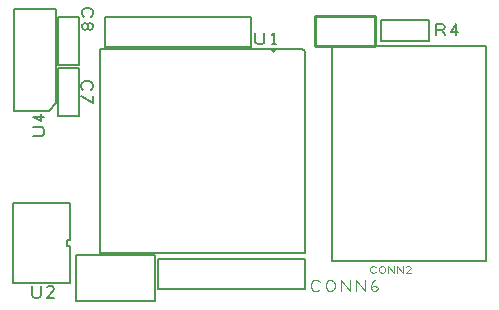
<source format=gbr>
%FSLAX23Y23*%
%MOMM*%
G04 EasyPC Gerber Version 16.0.6 Build 3249 *
%ADD83C,0.06100*%
%ADD85C,0.10160*%
%ADD10C,0.12700*%
%ADD84C,0.20320*%
%ADD11C,0.25400*%
X0Y0D02*
D02*
D10*
X5836Y28069D02*
Y36705D01*
X9392*
Y28704*
X8757Y28069*
X5836*
X7314Y13177D02*
Y12463D01*
X7393Y12304*
X7552Y12225*
X7869*
X8028Y12304*
X8107Y12463*
Y13177*
X9219Y12225D02*
X8584D01*
X9139Y12781*
X9219Y12939*
X9139Y13098*
X8980Y13177*
X8742*
X8584Y13098*
X7423Y25887D02*
X8137D01*
X8296Y25966*
X8375Y26125*
Y26442*
X8296Y26601*
X8137Y26681*
X7423*
X8375Y27554D02*
X7423D01*
X8058Y27157*
Y27792*
X9525Y36019D02*
Y31955D01*
X11303*
Y36019*
X9525*
X10544Y13437D02*
X5684D01*
Y20237*
X10544*
Y17087*
X10294*
Y16587*
X10544*
Y13437*
X11660Y29793D02*
X11581Y29872D01*
X11502Y30031*
Y30269*
X11581Y30428*
X11660Y30507*
X11819Y30587*
X12137*
X12295Y30507*
X12375Y30428*
X12454Y30269*
Y30031*
X12375Y29872*
X12295Y29793*
X11502Y29317D02*
X12454Y28682D01*
Y29317*
X11303Y27605D02*
Y31669D01*
X9525*
Y27605*
X11303*
X11710Y35993D02*
X11631Y36072D01*
X11552Y36231*
Y36469*
X11631Y36628*
X11710Y36707*
X11869Y36787*
X12187*
X12345Y36707*
X12425Y36628*
X12504Y36469*
Y36231*
X12425Y36072*
X12345Y35993*
X12028Y35279D02*
Y35120D01*
X12107Y34961*
X12266Y34882*
X12425Y34961*
X12504Y35120*
Y35279*
X12425Y35437*
X12266Y35517*
X12107Y35437*
X12028Y35279*
X11949Y35437*
X11790Y35517*
X11631Y35437*
X11552Y35279*
Y35120*
X11631Y34961*
X11790Y34882*
X11949Y34961*
X12028Y35120*
X26214Y34627D02*
Y33913D01*
X26293Y33754*
X26452Y33675*
X26769*
X26928Y33754*
X27007Y33913*
Y34627*
X27642Y33675D02*
X27960D01*
X27801D02*
Y34627D01*
X27642Y34469*
X27764Y33287D02*
G75*
G03Y33063J-112D01*
G01*
G75*
G03Y33287J112*
G01*
G36*
G75*
G03Y33063J-112*
G01*
G75*
G03Y33287J112*
G01*
G37*
X30414Y33087D02*
Y15987D01*
X13114*
Y33287*
X30214*
X30414Y33087*
X32689Y15337D02*
Y33537D01*
X45789*
Y15337*
X32689*
X40896Y35776D02*
X36832D01*
Y33998*
X40896*
Y35776*
X41514Y34425D02*
Y35377D01*
X42069*
X42228Y35298*
X42307Y35139*
X42228Y34981*
X42069Y34901*
X41514*
X42069D02*
X42307Y34425D01*
X43180D02*
Y35377D01*
X42783Y34742*
X43419*
D02*
D11*
X36384Y36057D02*
X31303D01*
Y33517*
X36384*
Y36057*
D02*
D83*
X36440Y14425D02*
X36392Y14377D01*
X36297Y14330*
X36154*
X36059Y14377*
X36011Y14425*
X35964Y14520*
Y14711*
X36011Y14806*
X36059Y14854*
X36154Y14901*
X36297*
X36392Y14854*
X36440Y14806*
X36726Y14520D02*
Y14711D01*
X36773Y14806*
X36821Y14854*
X36916Y14901*
X37011*
X37107Y14854*
X37154Y14806*
X37202Y14711*
Y14520*
X37154Y14425*
X37107Y14377*
X37011Y14330*
X36916*
X36821Y14377*
X36773Y14425*
X36726Y14520*
X37488Y14330D02*
Y14901D01*
X37964Y14330*
Y14901*
X38250Y14330D02*
Y14901D01*
X38726Y14330*
Y14901*
X39392Y14330D02*
X39012D01*
X39345Y14663*
X39392Y14758*
X39345Y14854*
X39250Y14901*
X39107*
X39012Y14854*
D02*
D84*
X13464Y35987D02*
X25894D01*
Y33487*
X13464*
Y35987*
X17744Y11912D02*
Y15812D01*
X11064*
Y11912*
X17744*
X30414Y12987D02*
X17984D01*
Y15487*
X30414*
Y12987*
D02*
D85*
X31707Y12934D02*
X31628Y12854D01*
X31469Y12775*
X31231*
X31072Y12854*
X30993Y12934*
X30914Y13092*
Y13410*
X30993Y13569*
X31072Y13648*
X31231Y13727*
X31469*
X31628Y13648*
X31707Y13569*
X32184Y13092D02*
Y13410D01*
X32263Y13569*
X32342Y13648*
X32501Y13727*
X32660*
X32819Y13648*
X32898Y13569*
X32977Y13410*
Y13092*
X32898Y12934*
X32819Y12854*
X32660Y12775*
X32501*
X32342Y12854*
X32263Y12934*
X32184Y13092*
X33453Y12775D02*
Y13727D01*
X34247Y12775*
Y13727*
X34724Y12775D02*
Y13727D01*
X35517Y12775*
Y13727*
X35993Y13013D02*
X36073Y13172D01*
X36232Y13251*
X36390*
X36549Y13172*
X36629Y13013*
X36549Y12854*
X36390Y12775*
X36232*
X36073Y12854*
X35993Y13013*
Y13251*
X36073Y13489*
X36232Y13648*
X36390Y13727*
X0Y0D02*
M02*

</source>
